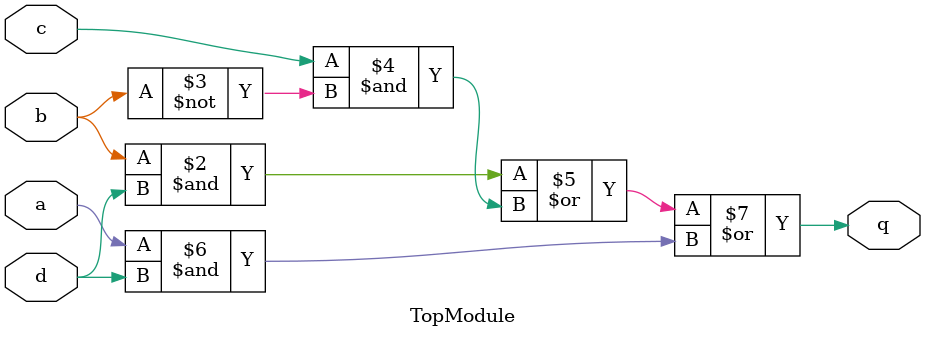
<source format=sv>
module TopModule(
    input  logic a,
    input  logic b,
    input  logic c,
    input  logic d,
    output logic q
);

    always @(*) begin
        q = (b & d) | (c & ~b) | (a & d);
    end

endmodule
</source>
